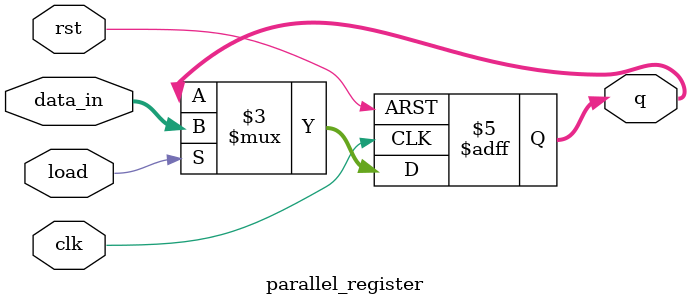
<source format=v>
`timescale 1ns / 1ps


module parallel_register #(parameter x = 4)(
  input clk, rst, load,
  input [x-1:0] data_in,
  output reg [x-1:0] q
);

always @(posedge clk or posedge rst) begin
  if(rst) q <= {x{1'b0}};
  else if (load) q <= data_in;
  else q<=q;  
end
endmodule 
</source>
